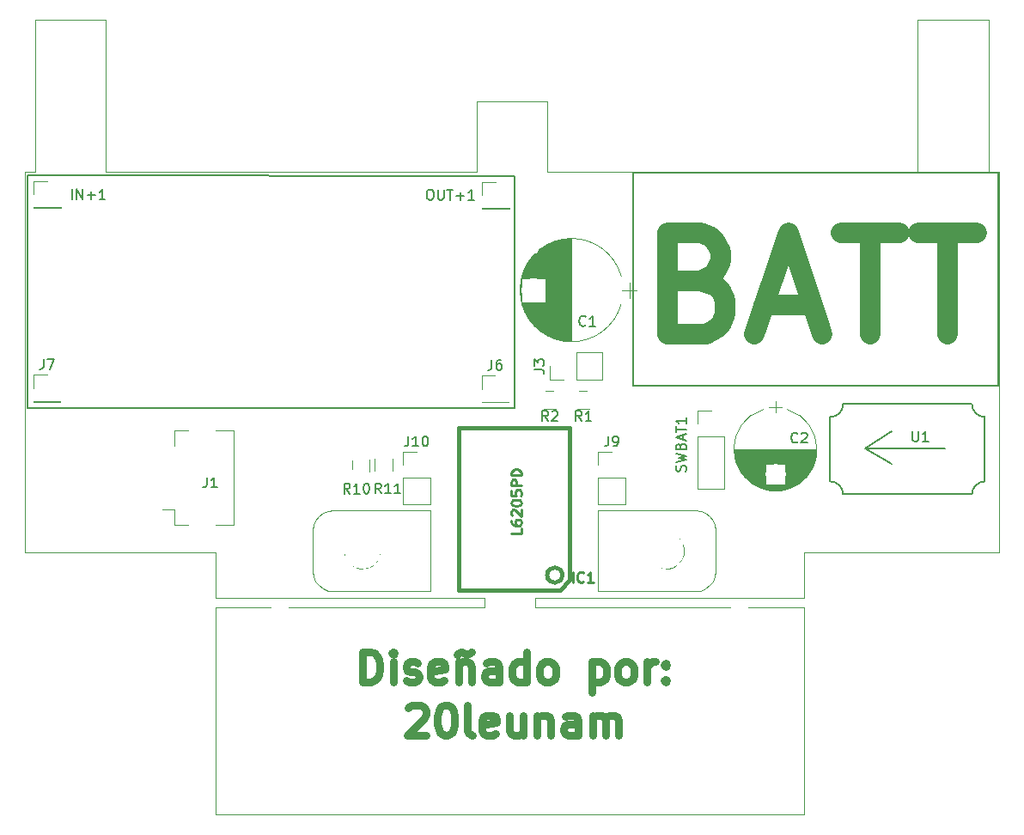
<source format=gto>
G04 #@! TF.FileFunction,Legend,Top*
%FSLAX46Y46*%
G04 Gerber Fmt 4.6, Leading zero omitted, Abs format (unit mm)*
G04 Created by KiCad (PCBNEW 4.0.7) date 11/25/18 15:18:33*
%MOMM*%
%LPD*%
G01*
G04 APERTURE LIST*
%ADD10C,0.100000*%
%ADD11C,0.750000*%
%ADD12C,0.200000*%
%ADD13C,2.000000*%
%ADD14C,0.120000*%
%ADD15C,0.381000*%
%ADD16C,0.150000*%
%ADD17C,0.254000*%
%ADD18C,3.600000*%
%ADD19R,1.700000X1.100000*%
%ADD20R,2.400000X2.400000*%
%ADD21C,2.400000*%
%ADD22R,2.000000X2.000000*%
%ADD23C,2.000000*%
%ADD24R,1.800000X0.860000*%
%ADD25R,2.100000X2.100000*%
%ADD26O,2.100000X2.100000*%
%ADD27R,1.100000X1.700000*%
%ADD28C,1.924000*%
%ADD29C,1.455599*%
%ADD30R,2.600000X2.200000*%
%ADD31R,1.700000X0.700000*%
G04 APERTURE END LIST*
D10*
D11*
X33331429Y12733417D02*
X33331429Y15733417D01*
X34045714Y15733417D01*
X34474286Y15590560D01*
X34760000Y15304846D01*
X34902857Y15019131D01*
X35045714Y14447703D01*
X35045714Y14019131D01*
X34902857Y13447703D01*
X34760000Y13161989D01*
X34474286Y12876274D01*
X34045714Y12733417D01*
X33331429Y12733417D01*
X36331429Y12733417D02*
X36331429Y14733417D01*
X36331429Y15733417D02*
X36188572Y15590560D01*
X36331429Y15447703D01*
X36474286Y15590560D01*
X36331429Y15733417D01*
X36331429Y15447703D01*
X37617143Y12876274D02*
X37902857Y12733417D01*
X38474285Y12733417D01*
X38760000Y12876274D01*
X38902857Y13161989D01*
X38902857Y13304846D01*
X38760000Y13590560D01*
X38474285Y13733417D01*
X38045714Y13733417D01*
X37760000Y13876274D01*
X37617143Y14161989D01*
X37617143Y14304846D01*
X37760000Y14590560D01*
X38045714Y14733417D01*
X38474285Y14733417D01*
X38760000Y14590560D01*
X41331428Y12876274D02*
X41045714Y12733417D01*
X40474285Y12733417D01*
X40188571Y12876274D01*
X40045714Y13161989D01*
X40045714Y14304846D01*
X40188571Y14590560D01*
X40474285Y14733417D01*
X41045714Y14733417D01*
X41331428Y14590560D01*
X41474285Y14304846D01*
X41474285Y14019131D01*
X40045714Y13733417D01*
X42760000Y14733417D02*
X42760000Y12733417D01*
X42760000Y14447703D02*
X42902857Y14590560D01*
X43188571Y14733417D01*
X43617143Y14733417D01*
X43902857Y14590560D01*
X44045714Y14304846D01*
X44045714Y12733417D01*
X42617143Y15447703D02*
X42760000Y15590560D01*
X43045714Y15733417D01*
X43617143Y15447703D01*
X43902857Y15590560D01*
X44045714Y15733417D01*
X46760000Y12733417D02*
X46760000Y14304846D01*
X46617143Y14590560D01*
X46331429Y14733417D01*
X45760000Y14733417D01*
X45474286Y14590560D01*
X46760000Y12876274D02*
X46474286Y12733417D01*
X45760000Y12733417D01*
X45474286Y12876274D01*
X45331429Y13161989D01*
X45331429Y13447703D01*
X45474286Y13733417D01*
X45760000Y13876274D01*
X46474286Y13876274D01*
X46760000Y14019131D01*
X49474286Y12733417D02*
X49474286Y15733417D01*
X49474286Y12876274D02*
X49188572Y12733417D01*
X48617143Y12733417D01*
X48331429Y12876274D01*
X48188572Y13019131D01*
X48045715Y13304846D01*
X48045715Y14161989D01*
X48188572Y14447703D01*
X48331429Y14590560D01*
X48617143Y14733417D01*
X49188572Y14733417D01*
X49474286Y14590560D01*
X51331429Y12733417D02*
X51045715Y12876274D01*
X50902858Y13019131D01*
X50760001Y13304846D01*
X50760001Y14161989D01*
X50902858Y14447703D01*
X51045715Y14590560D01*
X51331429Y14733417D01*
X51760001Y14733417D01*
X52045715Y14590560D01*
X52188572Y14447703D01*
X52331429Y14161989D01*
X52331429Y13304846D01*
X52188572Y13019131D01*
X52045715Y12876274D01*
X51760001Y12733417D01*
X51331429Y12733417D01*
X55902858Y14733417D02*
X55902858Y11733417D01*
X55902858Y14590560D02*
X56188572Y14733417D01*
X56760001Y14733417D01*
X57045715Y14590560D01*
X57188572Y14447703D01*
X57331429Y14161989D01*
X57331429Y13304846D01*
X57188572Y13019131D01*
X57045715Y12876274D01*
X56760001Y12733417D01*
X56188572Y12733417D01*
X55902858Y12876274D01*
X59045715Y12733417D02*
X58760001Y12876274D01*
X58617144Y13019131D01*
X58474287Y13304846D01*
X58474287Y14161989D01*
X58617144Y14447703D01*
X58760001Y14590560D01*
X59045715Y14733417D01*
X59474287Y14733417D01*
X59760001Y14590560D01*
X59902858Y14447703D01*
X60045715Y14161989D01*
X60045715Y13304846D01*
X59902858Y13019131D01*
X59760001Y12876274D01*
X59474287Y12733417D01*
X59045715Y12733417D01*
X61331430Y12733417D02*
X61331430Y14733417D01*
X61331430Y14161989D02*
X61474287Y14447703D01*
X61617144Y14590560D01*
X61902858Y14733417D01*
X62188573Y14733417D01*
X63188573Y13019131D02*
X63331430Y12876274D01*
X63188573Y12733417D01*
X63045716Y12876274D01*
X63188573Y13019131D01*
X63188573Y12733417D01*
X63188573Y14590560D02*
X63331430Y14447703D01*
X63188573Y14304846D01*
X63045716Y14447703D01*
X63188573Y14590560D01*
X63188573Y14304846D01*
X37831428Y10197703D02*
X37974285Y10340560D01*
X38259999Y10483417D01*
X38974285Y10483417D01*
X39259999Y10340560D01*
X39402856Y10197703D01*
X39545713Y9911989D01*
X39545713Y9626274D01*
X39402856Y9197703D01*
X37688570Y7483417D01*
X39545713Y7483417D01*
X41402856Y10483417D02*
X41688571Y10483417D01*
X41974285Y10340560D01*
X42117142Y10197703D01*
X42259999Y9911989D01*
X42402856Y9340560D01*
X42402856Y8626274D01*
X42259999Y8054846D01*
X42117142Y7769131D01*
X41974285Y7626274D01*
X41688571Y7483417D01*
X41402856Y7483417D01*
X41117142Y7626274D01*
X40974285Y7769131D01*
X40831428Y8054846D01*
X40688571Y8626274D01*
X40688571Y9340560D01*
X40831428Y9911989D01*
X40974285Y10197703D01*
X41117142Y10340560D01*
X41402856Y10483417D01*
X44117142Y7483417D02*
X43831428Y7626274D01*
X43688571Y7911989D01*
X43688571Y10483417D01*
X46402857Y7626274D02*
X46117143Y7483417D01*
X45545714Y7483417D01*
X45260000Y7626274D01*
X45117143Y7911989D01*
X45117143Y9054846D01*
X45260000Y9340560D01*
X45545714Y9483417D01*
X46117143Y9483417D01*
X46402857Y9340560D01*
X46545714Y9054846D01*
X46545714Y8769131D01*
X45117143Y8483417D01*
X49117143Y9483417D02*
X49117143Y7483417D01*
X47831429Y9483417D02*
X47831429Y7911989D01*
X47974286Y7626274D01*
X48260000Y7483417D01*
X48688572Y7483417D01*
X48974286Y7626274D01*
X49117143Y7769131D01*
X50545715Y9483417D02*
X50545715Y7483417D01*
X50545715Y9197703D02*
X50688572Y9340560D01*
X50974286Y9483417D01*
X51402858Y9483417D01*
X51688572Y9340560D01*
X51831429Y9054846D01*
X51831429Y7483417D01*
X54545715Y7483417D02*
X54545715Y9054846D01*
X54402858Y9340560D01*
X54117144Y9483417D01*
X53545715Y9483417D01*
X53260001Y9340560D01*
X54545715Y7626274D02*
X54260001Y7483417D01*
X53545715Y7483417D01*
X53260001Y7626274D01*
X53117144Y7911989D01*
X53117144Y8197703D01*
X53260001Y8483417D01*
X53545715Y8626274D01*
X54260001Y8626274D01*
X54545715Y8769131D01*
X55974287Y7483417D02*
X55974287Y9483417D01*
X55974287Y9197703D02*
X56117144Y9340560D01*
X56402858Y9483417D01*
X56831430Y9483417D01*
X57117144Y9340560D01*
X57260001Y9054846D01*
X57260001Y7483417D01*
X57260001Y9054846D02*
X57402858Y9340560D01*
X57688572Y9483417D01*
X58117144Y9483417D01*
X58402858Y9340560D01*
X58545715Y9054846D01*
X58545715Y7483417D01*
D12*
X85496400Y34223960D02*
X82864960Y35788600D01*
X82864960Y35788600D02*
X85496400Y37449760D01*
X90718640Y35788600D02*
X82864960Y35788600D01*
D10*
X28697246Y28687208D02*
X28497445Y28204846D01*
X29429297Y21955157D02*
X29911659Y21755356D01*
X64893039Y26282180D02*
X64682563Y26687646D01*
X33448118Y27429057D02*
X33894243Y27330695D01*
X62506482Y24100372D02*
X62942019Y23962494D01*
X31652465Y26282180D02*
X31862941Y26687646D01*
X31712434Y24944137D02*
X31574557Y25379674D01*
X31574557Y25379674D02*
X31554102Y25836056D01*
X28429297Y23687208D02*
X28497445Y23169570D01*
X29015083Y22272994D02*
X29429297Y21955157D01*
X40047752Y21687208D02*
X40047752Y29687208D01*
X62651261Y27330695D02*
X62245796Y27120218D01*
X62121471Y24346277D02*
X62506482Y24100372D01*
X28497445Y28204846D02*
X28429297Y27687208D01*
X33147104Y23942040D02*
X33603485Y23962494D01*
X62942019Y23962494D02*
X63398400Y23942040D01*
X34942757Y25088917D02*
X34732280Y24683451D01*
X33894243Y27330695D02*
X34299708Y27120218D01*
X67530421Y22272994D02*
X67116207Y21955157D01*
X29015083Y29101422D02*
X28697246Y28687208D01*
X62245796Y27120218D02*
X61908622Y26811971D01*
X34424033Y24346277D02*
X34039022Y24100372D01*
X67848258Y28687208D02*
X68048059Y28204846D01*
X66633845Y29619060D02*
X67116207Y29419259D01*
X66633845Y21755356D02*
X66116207Y21687208D01*
X64833070Y24944137D02*
X64970947Y25379674D01*
X61504385Y25535042D02*
X61602747Y25088917D01*
X64991402Y25836056D02*
X64893039Y26282180D01*
X31862941Y26687646D02*
X32171188Y27024820D01*
X31554102Y25836056D02*
X31652465Y26282180D01*
X56497752Y21687208D02*
X56497752Y29687208D01*
X40047752Y29687208D02*
X30429297Y29687208D01*
X28697246Y22687208D02*
X29015083Y22272994D01*
X63097386Y27429057D02*
X62651261Y27330695D01*
X67530421Y29101422D02*
X67848258Y28687208D01*
X61524839Y25991423D02*
X61504385Y25535042D01*
X32991736Y27408603D02*
X33448118Y27429057D01*
X64682563Y26687646D02*
X64374316Y27024820D01*
X30429297Y29687208D02*
X29911659Y29619060D01*
X63844525Y24040403D02*
X64249990Y24250879D01*
X33147104Y23942040D02*
X32700979Y24040403D01*
X63553768Y27408603D02*
X63097386Y27429057D01*
X67116207Y29419259D02*
X67530421Y29101422D01*
X56497752Y29687208D02*
X66116207Y29687208D01*
X28429297Y23687208D02*
X28429297Y27687208D01*
X66116207Y29687208D02*
X66633845Y29619060D01*
X63989305Y27270725D02*
X63553768Y27408603D01*
X29911659Y29619060D02*
X29429297Y29419259D01*
X64374316Y27024820D02*
X63989305Y27270725D01*
X35020665Y25991423D02*
X35041119Y25535042D01*
X68116207Y23687208D02*
X68048059Y23169570D01*
X32700979Y24040403D02*
X32295514Y24250879D01*
X67848258Y22687208D02*
X67530421Y22272994D01*
X64970947Y25379674D02*
X64991402Y25836056D01*
X40047752Y21687208D02*
X30429297Y21687208D01*
X35041119Y25535042D02*
X34942757Y25088917D01*
X34299708Y27120218D02*
X34636882Y26811971D01*
X64249990Y24250879D02*
X64587165Y24559126D01*
X34636882Y26811971D02*
X34882787Y26426960D01*
X29911659Y21755356D02*
X30429297Y21687208D01*
X61602747Y25088917D02*
X61813224Y24683451D01*
X61813224Y24683451D02*
X62121471Y24346277D01*
X67116207Y21955157D02*
X66633845Y21755356D01*
X68048059Y23169570D02*
X67848258Y22687208D01*
X32171188Y27024820D02*
X32556199Y27270725D01*
X56497752Y21687208D02*
X66116207Y21687208D01*
X34039022Y24100372D02*
X33603485Y23962494D01*
X68116207Y23687208D02*
X68116207Y27687208D01*
X31958339Y24559126D02*
X31712434Y24944137D01*
X28497445Y23169570D02*
X28697246Y22687208D01*
X34732280Y24683451D02*
X34424033Y24346277D01*
X61662717Y26426960D02*
X61524839Y25991423D01*
X29429297Y29419259D02*
X29015083Y29101422D01*
X61908622Y26811971D02*
X61662717Y26426960D01*
X32295514Y24250879D02*
X31958339Y24559126D01*
X32556199Y27270725D02*
X32991736Y27408603D01*
X68048059Y28204846D02*
X68116207Y27687208D01*
X34882787Y26426960D02*
X35020665Y25991423D01*
X64587165Y24559126D02*
X64833070Y24944137D01*
X63398400Y23942040D02*
X63844525Y24040403D01*
D13*
X66701164Y52291526D02*
X68129735Y51815335D01*
X68605926Y51339145D01*
X69082116Y50386764D01*
X69082116Y48958192D01*
X68605926Y48005811D01*
X68129735Y47529621D01*
X67177354Y47053430D01*
X63367830Y47053430D01*
X63367830Y57053430D01*
X66701164Y57053430D01*
X67653545Y56577240D01*
X68129735Y56101050D01*
X68605926Y55148669D01*
X68605926Y54196288D01*
X68129735Y53243907D01*
X67653545Y52767716D01*
X66701164Y52291526D01*
X63367830Y52291526D01*
X72891640Y49910573D02*
X77653545Y49910573D01*
X71939259Y47053430D02*
X75272592Y57053430D01*
X78605926Y47053430D01*
X80510688Y57053430D02*
X86224974Y57053430D01*
X83367831Y47053430D02*
X83367831Y57053430D01*
X88129736Y57053430D02*
X93844022Y57053430D01*
X90986879Y47053430D02*
X90986879Y57053430D01*
D12*
X59984640Y41945560D02*
X59979560Y62946280D01*
X95986600Y41945560D02*
X59984640Y41945560D01*
X95986600Y62946280D02*
X95986600Y41945560D01*
X59979560Y62946280D02*
X95986600Y62946280D01*
D10*
X51540916Y63004441D02*
X88040916Y63004441D01*
X88040916Y63004441D02*
X88040916Y78004441D01*
X40916Y63004441D02*
X1040916Y63004441D01*
X50317400Y20081240D02*
X50317473Y21080131D01*
X8040916Y78004441D02*
X8040916Y63004441D01*
X44540916Y70004441D02*
X51540916Y70004441D01*
X50317473Y20083891D02*
X76793969Y20083891D01*
X40916Y25504441D02*
X18840977Y25504441D01*
X96040916Y25504441D02*
X76793969Y25504441D01*
X88040916Y78004441D02*
X95040916Y78004441D01*
X18840977Y21080131D02*
X18840977Y25504441D01*
X95040916Y78004441D02*
X95040916Y63004441D01*
X18840977Y20083891D02*
X45317473Y20083891D01*
X18840977Y-316109D02*
X18840977Y20083891D01*
X45317473Y21080131D02*
X18840977Y21080131D01*
X40916Y25504441D02*
X40916Y63004441D01*
X1040916Y63004441D02*
X1040916Y78004441D01*
X95040916Y63004441D02*
X96040916Y63004441D01*
X45313600Y20086320D02*
X45317473Y21080131D01*
X44540916Y63004441D02*
X44540916Y70004441D01*
X18840977Y-316109D02*
X76793969Y-316109D01*
X51540916Y63004441D02*
X51540916Y70004441D01*
X76793969Y25504441D02*
X76793969Y21080131D01*
X8040916Y63004441D02*
X44540916Y63004441D01*
X96040916Y63004441D02*
X96040916Y25504441D01*
X76793969Y-316109D02*
X76793969Y20083891D01*
X1040916Y78004441D02*
X8040916Y78004441D01*
X76793969Y21080131D02*
X50317473Y21080131D01*
D12*
X48315880Y62651640D02*
X289560Y62738000D01*
X48336200Y39715440D02*
X48315880Y62651640D01*
X289560Y39730680D02*
X48336200Y39715440D01*
X289560Y62738000D02*
X289560Y39730680D01*
D14*
X34021920Y34712200D02*
X34021920Y33512200D01*
X32261920Y33512200D02*
X32261920Y34712200D01*
X49014643Y49995856D02*
G75*
G03X58812437Y49999120I4898437J1383264D01*
G01*
X49014643Y52762384D02*
G75*
G02X58812437Y52759120I4898437J-1383264D01*
G01*
X49014643Y52762384D02*
G75*
G03X49013723Y49999120I4898437J-1383264D01*
G01*
X53913080Y46329120D02*
X53913080Y56429120D01*
X53873080Y46329120D02*
X53873080Y56429120D01*
X53833080Y46329120D02*
X53833080Y56429120D01*
X53793080Y46330120D02*
X53793080Y56428120D01*
X53753080Y46331120D02*
X53753080Y56427120D01*
X53713080Y46332120D02*
X53713080Y56426120D01*
X53673080Y46334120D02*
X53673080Y56424120D01*
X53633080Y46336120D02*
X53633080Y56422120D01*
X53593080Y46339120D02*
X53593080Y56419120D01*
X53553080Y46341120D02*
X53553080Y56417120D01*
X53513080Y46344120D02*
X53513080Y56414120D01*
X53473080Y46348120D02*
X53473080Y56410120D01*
X53433080Y46351120D02*
X53433080Y56407120D01*
X53393080Y46355120D02*
X53393080Y56403120D01*
X53353080Y46359120D02*
X53353080Y56399120D01*
X53313080Y46364120D02*
X53313080Y56394120D01*
X53273080Y46369120D02*
X53273080Y56389120D01*
X53233080Y46374120D02*
X53233080Y56384120D01*
X53192080Y46380120D02*
X53192080Y56378120D01*
X53152080Y46386120D02*
X53152080Y56372120D01*
X53112080Y46392120D02*
X53112080Y56366120D01*
X53072080Y46398120D02*
X53072080Y56360120D01*
X53032080Y46405120D02*
X53032080Y56353120D01*
X52992080Y46412120D02*
X52992080Y56346120D01*
X52952080Y46420120D02*
X52952080Y56338120D01*
X52912080Y46428120D02*
X52912080Y56330120D01*
X52872080Y46436120D02*
X52872080Y56322120D01*
X52832080Y46444120D02*
X52832080Y56314120D01*
X52792080Y46453120D02*
X52792080Y56305120D01*
X52752080Y46462120D02*
X52752080Y56296120D01*
X52712080Y46472120D02*
X52712080Y56286120D01*
X52672080Y46482120D02*
X52672080Y56276120D01*
X52632080Y46492120D02*
X52632080Y56266120D01*
X52592080Y46503120D02*
X52592080Y56255120D01*
X52552080Y46514120D02*
X52552080Y56244120D01*
X52512080Y46525120D02*
X52512080Y56233120D01*
X52472080Y46536120D02*
X52472080Y56222120D01*
X52432080Y46548120D02*
X52432080Y56210120D01*
X52392080Y46561120D02*
X52392080Y56197120D01*
X52352080Y46573120D02*
X52352080Y56185120D01*
X52312080Y46587120D02*
X52312080Y56171120D01*
X52272080Y46600120D02*
X52272080Y56158120D01*
X52232080Y46614120D02*
X52232080Y56144120D01*
X52192080Y46628120D02*
X52192080Y56130120D01*
X52152080Y46642120D02*
X52152080Y56116120D01*
X52112080Y46657120D02*
X52112080Y56101120D01*
X52072080Y46673120D02*
X52072080Y56085120D01*
X52032080Y46688120D02*
X52032080Y56070120D01*
X51992080Y46705120D02*
X51992080Y56053120D01*
X51952080Y46721120D02*
X51952080Y56037120D01*
X51912080Y46738120D02*
X51912080Y56020120D01*
X51872080Y46755120D02*
X51872080Y56003120D01*
X51832080Y46773120D02*
X51832080Y55985120D01*
X51792080Y46791120D02*
X51792080Y55967120D01*
X51752080Y46810120D02*
X51752080Y55948120D01*
X51712080Y46829120D02*
X51712080Y55929120D01*
X51672080Y46848120D02*
X51672080Y55910120D01*
X51632080Y46868120D02*
X51632080Y55890120D01*
X51592080Y46888120D02*
X51592080Y55870120D01*
X51552080Y46909120D02*
X51552080Y55849120D01*
X51512080Y46930120D02*
X51512080Y55828120D01*
X51472080Y46951120D02*
X51472080Y55807120D01*
X51432080Y46974120D02*
X51432080Y55784120D01*
X51392080Y46996120D02*
X51392080Y55762120D01*
X51352080Y47019120D02*
X51352080Y55739120D01*
X51312080Y47043120D02*
X51312080Y50198120D01*
X51312080Y52560120D02*
X51312080Y55715120D01*
X51272080Y47067120D02*
X51272080Y50198120D01*
X51272080Y52560120D02*
X51272080Y55691120D01*
X51232080Y47091120D02*
X51232080Y50198120D01*
X51232080Y52560120D02*
X51232080Y55667120D01*
X51192080Y47116120D02*
X51192080Y50198120D01*
X51192080Y52560120D02*
X51192080Y55642120D01*
X51152080Y47142120D02*
X51152080Y50198120D01*
X51152080Y52560120D02*
X51152080Y55616120D01*
X51112080Y47168120D02*
X51112080Y50198120D01*
X51112080Y52560120D02*
X51112080Y55590120D01*
X51072080Y47194120D02*
X51072080Y50198120D01*
X51072080Y52560120D02*
X51072080Y55564120D01*
X51032080Y47222120D02*
X51032080Y50198120D01*
X51032080Y52560120D02*
X51032080Y55536120D01*
X50992080Y47249120D02*
X50992080Y50198120D01*
X50992080Y52560120D02*
X50992080Y55509120D01*
X50952080Y47278120D02*
X50952080Y50198120D01*
X50952080Y52560120D02*
X50952080Y55480120D01*
X50912080Y47307120D02*
X50912080Y50198120D01*
X50912080Y52560120D02*
X50912080Y55451120D01*
X50872080Y47336120D02*
X50872080Y50198120D01*
X50872080Y52560120D02*
X50872080Y55422120D01*
X50832080Y47366120D02*
X50832080Y50198120D01*
X50832080Y52560120D02*
X50832080Y55392120D01*
X50792080Y47397120D02*
X50792080Y50198120D01*
X50792080Y52560120D02*
X50792080Y55361120D01*
X50752080Y47428120D02*
X50752080Y50198120D01*
X50752080Y52560120D02*
X50752080Y55330120D01*
X50712080Y47460120D02*
X50712080Y50198120D01*
X50712080Y52560120D02*
X50712080Y55298120D01*
X50672080Y47493120D02*
X50672080Y50198120D01*
X50672080Y52560120D02*
X50672080Y55265120D01*
X50632080Y47526120D02*
X50632080Y50198120D01*
X50632080Y52560120D02*
X50632080Y55232120D01*
X50592080Y47560120D02*
X50592080Y50198120D01*
X50592080Y52560120D02*
X50592080Y55198120D01*
X50552080Y47595120D02*
X50552080Y50198120D01*
X50552080Y52560120D02*
X50552080Y55163120D01*
X50512080Y47631120D02*
X50512080Y50198120D01*
X50512080Y52560120D02*
X50512080Y55127120D01*
X50472080Y47667120D02*
X50472080Y50198120D01*
X50472080Y52560120D02*
X50472080Y55091120D01*
X50432080Y47704120D02*
X50432080Y50198120D01*
X50432080Y52560120D02*
X50432080Y55054120D01*
X50392080Y47742120D02*
X50392080Y50198120D01*
X50392080Y52560120D02*
X50392080Y55016120D01*
X50352080Y47781120D02*
X50352080Y50198120D01*
X50352080Y52560120D02*
X50352080Y54977120D01*
X50312080Y47820120D02*
X50312080Y50198120D01*
X50312080Y52560120D02*
X50312080Y54938120D01*
X50272080Y47861120D02*
X50272080Y50198120D01*
X50272080Y52560120D02*
X50272080Y54897120D01*
X50232080Y47902120D02*
X50232080Y50198120D01*
X50232080Y52560120D02*
X50232080Y54856120D01*
X50192080Y47944120D02*
X50192080Y50198120D01*
X50192080Y52560120D02*
X50192080Y54814120D01*
X50152080Y47988120D02*
X50152080Y50198120D01*
X50152080Y52560120D02*
X50152080Y54770120D01*
X50112080Y48032120D02*
X50112080Y50198120D01*
X50112080Y52560120D02*
X50112080Y54726120D01*
X50072080Y48077120D02*
X50072080Y50198120D01*
X50072080Y52560120D02*
X50072080Y54681120D01*
X50032080Y48124120D02*
X50032080Y50198120D01*
X50032080Y52560120D02*
X50032080Y54634120D01*
X49992080Y48172120D02*
X49992080Y50198120D01*
X49992080Y52560120D02*
X49992080Y54586120D01*
X49952080Y48221120D02*
X49952080Y50198120D01*
X49952080Y52560120D02*
X49952080Y54537120D01*
X49912080Y48271120D02*
X49912080Y50198120D01*
X49912080Y52560120D02*
X49912080Y54487120D01*
X49872080Y48322120D02*
X49872080Y50198120D01*
X49872080Y52560120D02*
X49872080Y54436120D01*
X49832080Y48375120D02*
X49832080Y50198120D01*
X49832080Y52560120D02*
X49832080Y54383120D01*
X49792080Y48430120D02*
X49792080Y50198120D01*
X49792080Y52560120D02*
X49792080Y54328120D01*
X49752080Y48485120D02*
X49752080Y50198120D01*
X49752080Y52560120D02*
X49752080Y54273120D01*
X49712080Y48543120D02*
X49712080Y50198120D01*
X49712080Y52560120D02*
X49712080Y54215120D01*
X49672080Y48602120D02*
X49672080Y50198120D01*
X49672080Y52560120D02*
X49672080Y54156120D01*
X49632080Y48664120D02*
X49632080Y50198120D01*
X49632080Y52560120D02*
X49632080Y54094120D01*
X49592080Y48727120D02*
X49592080Y50198120D01*
X49592080Y52560120D02*
X49592080Y54031120D01*
X49552080Y48792120D02*
X49552080Y50198120D01*
X49552080Y52560120D02*
X49552080Y53966120D01*
X49512080Y48860120D02*
X49512080Y50198120D01*
X49512080Y52560120D02*
X49512080Y53898120D01*
X49472080Y48930120D02*
X49472080Y50198120D01*
X49472080Y52560120D02*
X49472080Y53828120D01*
X49432080Y49002120D02*
X49432080Y50198120D01*
X49432080Y52560120D02*
X49432080Y53756120D01*
X49392080Y49078120D02*
X49392080Y50198120D01*
X49392080Y52560120D02*
X49392080Y53680120D01*
X49352080Y49157120D02*
X49352080Y50198120D01*
X49352080Y52560120D02*
X49352080Y53601120D01*
X49312080Y49239120D02*
X49312080Y50198120D01*
X49312080Y52560120D02*
X49312080Y53519120D01*
X49272080Y49326120D02*
X49272080Y50198120D01*
X49272080Y52560120D02*
X49272080Y53432120D01*
X49232080Y49417120D02*
X49232080Y50198120D01*
X49232080Y52560120D02*
X49232080Y53341120D01*
X49192080Y49513120D02*
X49192080Y50198120D01*
X49192080Y52560120D02*
X49192080Y53245120D01*
X49152080Y49616120D02*
X49152080Y50198120D01*
X49152080Y52560120D02*
X49152080Y53142120D01*
X49112080Y49725120D02*
X49112080Y50198120D01*
X49112080Y52560120D02*
X49112080Y53033120D01*
X49072080Y49843120D02*
X49072080Y50198120D01*
X49072080Y52560120D02*
X49072080Y52915120D01*
X49032080Y49972120D02*
X49032080Y50198120D01*
X49032080Y52560120D02*
X49032080Y52786120D01*
X48992080Y50114120D02*
X48992080Y50198120D01*
X48992080Y52560120D02*
X48992080Y52644120D01*
X48952080Y50275120D02*
X48952080Y52483120D01*
X48912080Y50466120D02*
X48912080Y52292120D01*
X48872080Y50707120D02*
X48872080Y52051120D01*
X48832080Y51100120D02*
X48832080Y51658120D01*
X60363080Y51379120D02*
X58863080Y51379120D01*
X59613080Y50629120D02*
X59613080Y52129120D01*
X75177805Y31779669D02*
G75*
G03X75180360Y39612602I-1177445J3916851D01*
G01*
X72822915Y31779669D02*
G75*
G02X72820360Y39612602I1177445J3916851D01*
G01*
X72822915Y31779669D02*
G75*
G03X75180360Y31780438I1177445J3916851D01*
G01*
X78050360Y35696520D02*
X69950360Y35696520D01*
X78050360Y35656520D02*
X69950360Y35656520D01*
X78050360Y35616520D02*
X69950360Y35616520D01*
X78049360Y35576520D02*
X69951360Y35576520D01*
X78047360Y35536520D02*
X69953360Y35536520D01*
X78046360Y35496520D02*
X69954360Y35496520D01*
X78043360Y35456520D02*
X69957360Y35456520D01*
X78041360Y35416520D02*
X69959360Y35416520D01*
X78038360Y35376520D02*
X69962360Y35376520D01*
X78035360Y35336520D02*
X69965360Y35336520D01*
X78031360Y35296520D02*
X69969360Y35296520D01*
X78027360Y35256520D02*
X69973360Y35256520D01*
X78022360Y35216520D02*
X69978360Y35216520D01*
X78017360Y35176520D02*
X69983360Y35176520D01*
X78012360Y35136520D02*
X69988360Y35136520D01*
X78006360Y35096520D02*
X69994360Y35096520D01*
X78000360Y35056520D02*
X70000360Y35056520D01*
X77994360Y35016520D02*
X70006360Y35016520D01*
X77987360Y34975520D02*
X70013360Y34975520D01*
X77979360Y34935520D02*
X70021360Y34935520D01*
X77971360Y34895520D02*
X70029360Y34895520D01*
X77963360Y34855520D02*
X70037360Y34855520D01*
X77955360Y34815520D02*
X70045360Y34815520D01*
X77946360Y34775520D02*
X70054360Y34775520D01*
X77936360Y34735520D02*
X70064360Y34735520D01*
X77926360Y34695520D02*
X70074360Y34695520D01*
X77916360Y34655520D02*
X70084360Y34655520D01*
X77905360Y34615520D02*
X70095360Y34615520D01*
X77894360Y34575520D02*
X70106360Y34575520D01*
X77883360Y34535520D02*
X70117360Y34535520D01*
X77870360Y34495520D02*
X70130360Y34495520D01*
X77858360Y34455520D02*
X70142360Y34455520D01*
X77845360Y34415520D02*
X70155360Y34415520D01*
X77832360Y34375520D02*
X70168360Y34375520D01*
X77818360Y34335520D02*
X70182360Y34335520D01*
X77803360Y34295520D02*
X70197360Y34295520D01*
X77789360Y34255520D02*
X70211360Y34255520D01*
X77773360Y34215520D02*
X70227360Y34215520D01*
X77758360Y34175520D02*
X74980360Y34175520D01*
X73020360Y34175520D02*
X70242360Y34175520D01*
X77741360Y34135520D02*
X74980360Y34135520D01*
X73020360Y34135520D02*
X70259360Y34135520D01*
X77725360Y34095520D02*
X74980360Y34095520D01*
X73020360Y34095520D02*
X70275360Y34095520D01*
X77707360Y34055520D02*
X74980360Y34055520D01*
X73020360Y34055520D02*
X70293360Y34055520D01*
X77690360Y34015520D02*
X74980360Y34015520D01*
X73020360Y34015520D02*
X70310360Y34015520D01*
X77671360Y33975520D02*
X74980360Y33975520D01*
X73020360Y33975520D02*
X70329360Y33975520D01*
X77652360Y33935520D02*
X74980360Y33935520D01*
X73020360Y33935520D02*
X70348360Y33935520D01*
X77633360Y33895520D02*
X74980360Y33895520D01*
X73020360Y33895520D02*
X70367360Y33895520D01*
X77613360Y33855520D02*
X74980360Y33855520D01*
X73020360Y33855520D02*
X70387360Y33855520D01*
X77593360Y33815520D02*
X74980360Y33815520D01*
X73020360Y33815520D02*
X70407360Y33815520D01*
X77572360Y33775520D02*
X74980360Y33775520D01*
X73020360Y33775520D02*
X70428360Y33775520D01*
X77550360Y33735520D02*
X74980360Y33735520D01*
X73020360Y33735520D02*
X70450360Y33735520D01*
X77528360Y33695520D02*
X74980360Y33695520D01*
X73020360Y33695520D02*
X70472360Y33695520D01*
X77505360Y33655520D02*
X74980360Y33655520D01*
X73020360Y33655520D02*
X70495360Y33655520D01*
X77482360Y33615520D02*
X74980360Y33615520D01*
X73020360Y33615520D02*
X70518360Y33615520D01*
X77458360Y33575520D02*
X74980360Y33575520D01*
X73020360Y33575520D02*
X70542360Y33575520D01*
X77434360Y33535520D02*
X74980360Y33535520D01*
X73020360Y33535520D02*
X70566360Y33535520D01*
X77408360Y33495520D02*
X74980360Y33495520D01*
X73020360Y33495520D02*
X70592360Y33495520D01*
X77383360Y33455520D02*
X74980360Y33455520D01*
X73020360Y33455520D02*
X70617360Y33455520D01*
X77356360Y33415520D02*
X74980360Y33415520D01*
X73020360Y33415520D02*
X70644360Y33415520D01*
X77329360Y33375520D02*
X74980360Y33375520D01*
X73020360Y33375520D02*
X70671360Y33375520D01*
X77301360Y33335520D02*
X74980360Y33335520D01*
X73020360Y33335520D02*
X70699360Y33335520D01*
X77272360Y33295520D02*
X74980360Y33295520D01*
X73020360Y33295520D02*
X70728360Y33295520D01*
X77243360Y33255520D02*
X74980360Y33255520D01*
X73020360Y33255520D02*
X70757360Y33255520D01*
X77213360Y33215520D02*
X74980360Y33215520D01*
X73020360Y33215520D02*
X70787360Y33215520D01*
X77182360Y33175520D02*
X74980360Y33175520D01*
X73020360Y33175520D02*
X70818360Y33175520D01*
X77150360Y33135520D02*
X74980360Y33135520D01*
X73020360Y33135520D02*
X70850360Y33135520D01*
X77118360Y33095520D02*
X74980360Y33095520D01*
X73020360Y33095520D02*
X70882360Y33095520D01*
X77084360Y33055520D02*
X74980360Y33055520D01*
X73020360Y33055520D02*
X70916360Y33055520D01*
X77050360Y33015520D02*
X74980360Y33015520D01*
X73020360Y33015520D02*
X70950360Y33015520D01*
X77015360Y32975520D02*
X74980360Y32975520D01*
X73020360Y32975520D02*
X70985360Y32975520D01*
X76979360Y32935520D02*
X74980360Y32935520D01*
X73020360Y32935520D02*
X71021360Y32935520D01*
X76942360Y32895520D02*
X74980360Y32895520D01*
X73020360Y32895520D02*
X71058360Y32895520D01*
X76904360Y32855520D02*
X74980360Y32855520D01*
X73020360Y32855520D02*
X71096360Y32855520D01*
X76865360Y32815520D02*
X74980360Y32815520D01*
X73020360Y32815520D02*
X71135360Y32815520D01*
X76824360Y32775520D02*
X74980360Y32775520D01*
X73020360Y32775520D02*
X71176360Y32775520D01*
X76783360Y32735520D02*
X74980360Y32735520D01*
X73020360Y32735520D02*
X71217360Y32735520D01*
X76740360Y32695520D02*
X74980360Y32695520D01*
X73020360Y32695520D02*
X71260360Y32695520D01*
X76697360Y32655520D02*
X74980360Y32655520D01*
X73020360Y32655520D02*
X71303360Y32655520D01*
X76652360Y32615520D02*
X74980360Y32615520D01*
X73020360Y32615520D02*
X71348360Y32615520D01*
X76605360Y32575520D02*
X74980360Y32575520D01*
X73020360Y32575520D02*
X71395360Y32575520D01*
X76557360Y32535520D02*
X74980360Y32535520D01*
X73020360Y32535520D02*
X71443360Y32535520D01*
X76508360Y32495520D02*
X74980360Y32495520D01*
X73020360Y32495520D02*
X71492360Y32495520D01*
X76457360Y32455520D02*
X74980360Y32455520D01*
X73020360Y32455520D02*
X71543360Y32455520D01*
X76404360Y32415520D02*
X74980360Y32415520D01*
X73020360Y32415520D02*
X71596360Y32415520D01*
X76349360Y32375520D02*
X74980360Y32375520D01*
X73020360Y32375520D02*
X71651360Y32375520D01*
X76293360Y32335520D02*
X74980360Y32335520D01*
X73020360Y32335520D02*
X71707360Y32335520D01*
X76234360Y32295520D02*
X74980360Y32295520D01*
X73020360Y32295520D02*
X71766360Y32295520D01*
X76173360Y32255520D02*
X74980360Y32255520D01*
X73020360Y32255520D02*
X71827360Y32255520D01*
X76109360Y32215520D02*
X71891360Y32215520D01*
X76043360Y32175520D02*
X71957360Y32175520D01*
X75974360Y32135520D02*
X72026360Y32135520D01*
X75902360Y32095520D02*
X72098360Y32095520D01*
X75826360Y32055520D02*
X72174360Y32055520D01*
X75745360Y32015520D02*
X72255360Y32015520D01*
X75660360Y31975520D02*
X72340360Y31975520D01*
X75570360Y31935520D02*
X72430360Y31935520D01*
X75473360Y31895520D02*
X72527360Y31895520D01*
X75369360Y31855520D02*
X72631360Y31855520D01*
X75254360Y31815520D02*
X72746360Y31815520D01*
X75127360Y31775520D02*
X72873360Y31775520D01*
X74983360Y31735520D02*
X73017360Y31735520D01*
X74814360Y31695520D02*
X73186360Y31695520D01*
X74598360Y31655520D02*
X73402360Y31655520D01*
X74246360Y31615520D02*
X73754360Y31615520D01*
X74000360Y40396520D02*
X74000360Y39196520D01*
X74650360Y39796520D02*
X73350360Y39796520D01*
D15*
X53010000Y23289120D02*
G75*
G03X53010000Y23289120I-750000J0D01*
G01*
X53760000Y22789120D02*
X53760000Y37789120D01*
X53760000Y37789120D02*
X42760000Y37789120D01*
X42760000Y37789120D02*
X42760000Y21789120D01*
X42760000Y21789120D02*
X52760000Y21789120D01*
X52760000Y21789120D02*
X53760000Y22789120D01*
D14*
X56971240Y42561200D02*
X56971240Y45221200D01*
X54371240Y42561200D02*
X56971240Y42561200D01*
X54371240Y45221200D02*
X56971240Y45221200D01*
X54371240Y42561200D02*
X54371240Y45221200D01*
X53101240Y42561200D02*
X51771240Y42561200D01*
X51771240Y42561200D02*
X51771240Y43891200D01*
X915360Y59527440D02*
X915360Y59467440D01*
X915360Y59467440D02*
X3575360Y59467440D01*
X3575360Y59467440D02*
X3575360Y59527440D01*
X3575360Y59527440D02*
X915360Y59527440D01*
X915360Y60797440D02*
X915360Y62127440D01*
X915360Y62127440D02*
X2245360Y62127440D01*
X45060560Y40370760D02*
X45060560Y40310760D01*
X45060560Y40310760D02*
X47720560Y40310760D01*
X47720560Y40310760D02*
X47720560Y40370760D01*
X47720560Y40370760D02*
X45060560Y40370760D01*
X45060560Y41640760D02*
X45060560Y42970760D01*
X45060560Y42970760D02*
X46390560Y42970760D01*
X895040Y40421560D02*
X895040Y40361560D01*
X895040Y40361560D02*
X3555040Y40361560D01*
X3555040Y40361560D02*
X3555040Y40421560D01*
X3555040Y40421560D02*
X895040Y40421560D01*
X895040Y41691560D02*
X895040Y43021560D01*
X895040Y43021560D02*
X2225040Y43021560D01*
X45096120Y59456320D02*
X45096120Y59396320D01*
X45096120Y59396320D02*
X47756120Y59396320D01*
X47756120Y59396320D02*
X47756120Y59456320D01*
X47756120Y59456320D02*
X45096120Y59456320D01*
X45096120Y60726320D02*
X45096120Y62056320D01*
X45096120Y62056320D02*
X46426120Y62056320D01*
X56541360Y32852360D02*
X56541360Y30252360D01*
X56541360Y30252360D02*
X59201360Y30252360D01*
X59201360Y30252360D02*
X59201360Y32852360D01*
X59201360Y32852360D02*
X56541360Y32852360D01*
X56541360Y34122360D02*
X56541360Y35452360D01*
X56541360Y35452360D02*
X57871360Y35452360D01*
X37308480Y32852360D02*
X37308480Y30252360D01*
X37308480Y30252360D02*
X39968480Y30252360D01*
X39968480Y30252360D02*
X39968480Y32852360D01*
X39968480Y32852360D02*
X37308480Y32852360D01*
X37308480Y34122360D02*
X37308480Y35452360D01*
X37308480Y35452360D02*
X38638480Y35452360D01*
X54492600Y41464120D02*
X55692600Y41464120D01*
X55692600Y39704120D02*
X54492600Y39704120D01*
X51185520Y41464120D02*
X52385520Y41464120D01*
X52385520Y39704120D02*
X51185520Y39704120D01*
X36292680Y34773160D02*
X36292680Y33573160D01*
X34532680Y33573160D02*
X34532680Y34773160D01*
X66340680Y36936680D02*
X66340680Y31796680D01*
X66340680Y31796680D02*
X69000680Y31796680D01*
X69000680Y31796680D02*
X69000680Y36936680D01*
X69000680Y36936680D02*
X66340680Y36936680D01*
X66340680Y38206680D02*
X66340680Y39536680D01*
X66340680Y39536680D02*
X67670680Y39536680D01*
D16*
X93380560Y40137080D02*
G75*
G03X94650560Y38867080I1270000J0D01*
G01*
X94650560Y32517080D02*
G75*
G03X93380560Y31247080I0J-1270000D01*
G01*
X80680560Y31247080D02*
G75*
G03X79410560Y32517080I-1270000J0D01*
G01*
X79410560Y38867080D02*
G75*
G03X80680560Y40137080I0J1270000D01*
G01*
X93380560Y40137080D02*
X80680560Y40137080D01*
X79410560Y32517080D02*
X79410560Y38867080D01*
X93380560Y31247080D02*
X80680560Y31247080D01*
X94650560Y32517080D02*
X94650560Y38867080D01*
D14*
X14811680Y29734800D02*
X14811680Y28244800D01*
X14811680Y28244800D02*
X16151680Y28244800D01*
X14811680Y36054800D02*
X14811680Y37544800D01*
X14811680Y37544800D02*
X16151680Y37544800D01*
X18871680Y28244800D02*
X20611680Y28244800D01*
X20611680Y28244800D02*
X20611680Y37544800D01*
X20611680Y37544800D02*
X18871680Y37544800D01*
X14811680Y29734800D02*
X13611680Y29734800D01*
D16*
X32082503Y31323019D02*
X31749169Y31799210D01*
X31511074Y31323019D02*
X31511074Y32323019D01*
X31892027Y32323019D01*
X31987265Y32275400D01*
X32034884Y32227781D01*
X32082503Y32132543D01*
X32082503Y31989686D01*
X32034884Y31894448D01*
X31987265Y31846829D01*
X31892027Y31799210D01*
X31511074Y31799210D01*
X33034884Y31323019D02*
X32463455Y31323019D01*
X32749169Y31323019D02*
X32749169Y32323019D01*
X32653931Y32180162D01*
X32558693Y32084924D01*
X32463455Y32037305D01*
X33653931Y32323019D02*
X33749170Y32323019D01*
X33844408Y32275400D01*
X33892027Y32227781D01*
X33939646Y32132543D01*
X33987265Y31942067D01*
X33987265Y31703971D01*
X33939646Y31513495D01*
X33892027Y31418257D01*
X33844408Y31370638D01*
X33749170Y31323019D01*
X33653931Y31323019D01*
X33558693Y31370638D01*
X33511074Y31418257D01*
X33463455Y31513495D01*
X33415836Y31703971D01*
X33415836Y31942067D01*
X33463455Y32132543D01*
X33511074Y32227781D01*
X33558693Y32275400D01*
X33653931Y32323019D01*
X55301854Y47928257D02*
X55254235Y47880638D01*
X55111378Y47833019D01*
X55016140Y47833019D01*
X54873282Y47880638D01*
X54778044Y47975876D01*
X54730425Y48071114D01*
X54682806Y48261590D01*
X54682806Y48404448D01*
X54730425Y48594924D01*
X54778044Y48690162D01*
X54873282Y48785400D01*
X55016140Y48833019D01*
X55111378Y48833019D01*
X55254235Y48785400D01*
X55301854Y48737781D01*
X56254235Y47833019D02*
X55682806Y47833019D01*
X55968520Y47833019D02*
X55968520Y48833019D01*
X55873282Y48690162D01*
X55778044Y48594924D01*
X55682806Y48547305D01*
X76190814Y36432217D02*
X76143195Y36384598D01*
X76000338Y36336979D01*
X75905100Y36336979D01*
X75762242Y36384598D01*
X75667004Y36479836D01*
X75619385Y36575074D01*
X75571766Y36765550D01*
X75571766Y36908408D01*
X75619385Y37098884D01*
X75667004Y37194122D01*
X75762242Y37289360D01*
X75905100Y37336979D01*
X76000338Y37336979D01*
X76143195Y37289360D01*
X76190814Y37241741D01*
X76571766Y37241741D02*
X76619385Y37289360D01*
X76714623Y37336979D01*
X76952719Y37336979D01*
X77047957Y37289360D01*
X77095576Y37241741D01*
X77143195Y37146503D01*
X77143195Y37051265D01*
X77095576Y36908408D01*
X76524147Y36336979D01*
X77143195Y36336979D01*
D17*
X54018191Y22579501D02*
X54018191Y23595501D01*
X55082572Y22676263D02*
X55034191Y22627882D01*
X54889048Y22579501D01*
X54792286Y22579501D01*
X54647144Y22627882D01*
X54550382Y22724644D01*
X54502001Y22821406D01*
X54453620Y23014930D01*
X54453620Y23160072D01*
X54502001Y23353596D01*
X54550382Y23450358D01*
X54647144Y23547120D01*
X54792286Y23595501D01*
X54889048Y23595501D01*
X55034191Y23547120D01*
X55082572Y23498739D01*
X56050191Y22579501D02*
X55469620Y22579501D01*
X55759906Y22579501D02*
X55759906Y23595501D01*
X55663144Y23450358D01*
X55566382Y23353596D01*
X55469620Y23305215D01*
X48978699Y27904198D02*
X48978699Y27420389D01*
X47962699Y27420389D01*
X47962699Y28678293D02*
X47962699Y28484770D01*
X48011080Y28388008D01*
X48059461Y28339627D01*
X48204604Y28242865D01*
X48398128Y28194484D01*
X48785175Y28194484D01*
X48881937Y28242865D01*
X48930318Y28291246D01*
X48978699Y28388008D01*
X48978699Y28581531D01*
X48930318Y28678293D01*
X48881937Y28726674D01*
X48785175Y28775055D01*
X48543270Y28775055D01*
X48446509Y28726674D01*
X48398128Y28678293D01*
X48349747Y28581531D01*
X48349747Y28388008D01*
X48398128Y28291246D01*
X48446509Y28242865D01*
X48543270Y28194484D01*
X48059461Y29162103D02*
X48011080Y29210484D01*
X47962699Y29307246D01*
X47962699Y29549150D01*
X48011080Y29645912D01*
X48059461Y29694293D01*
X48156223Y29742674D01*
X48252985Y29742674D01*
X48398128Y29694293D01*
X48978699Y29113722D01*
X48978699Y29742674D01*
X47962699Y30371627D02*
X47962699Y30468388D01*
X48011080Y30565150D01*
X48059461Y30613531D01*
X48156223Y30661912D01*
X48349747Y30710293D01*
X48591651Y30710293D01*
X48785175Y30661912D01*
X48881937Y30613531D01*
X48930318Y30565150D01*
X48978699Y30468388D01*
X48978699Y30371627D01*
X48930318Y30274865D01*
X48881937Y30226484D01*
X48785175Y30178103D01*
X48591651Y30129722D01*
X48349747Y30129722D01*
X48156223Y30178103D01*
X48059461Y30226484D01*
X48011080Y30274865D01*
X47962699Y30371627D01*
X47962699Y31629531D02*
X47962699Y31145722D01*
X48446509Y31097341D01*
X48398128Y31145722D01*
X48349747Y31242484D01*
X48349747Y31484388D01*
X48398128Y31581150D01*
X48446509Y31629531D01*
X48543270Y31677912D01*
X48785175Y31677912D01*
X48881937Y31629531D01*
X48930318Y31581150D01*
X48978699Y31484388D01*
X48978699Y31242484D01*
X48930318Y31145722D01*
X48881937Y31097341D01*
X48978699Y32113341D02*
X47962699Y32113341D01*
X47962699Y32500388D01*
X48011080Y32597150D01*
X48059461Y32645531D01*
X48156223Y32693912D01*
X48301366Y32693912D01*
X48398128Y32645531D01*
X48446509Y32597150D01*
X48494890Y32500388D01*
X48494890Y32113341D01*
X48978699Y33129341D02*
X47962699Y33129341D01*
X47962699Y33371246D01*
X48011080Y33516388D01*
X48107842Y33613150D01*
X48204604Y33661531D01*
X48398128Y33709912D01*
X48543270Y33709912D01*
X48736794Y33661531D01*
X48833556Y33613150D01*
X48930318Y33516388D01*
X48978699Y33371246D01*
X48978699Y33129341D01*
D16*
X50223621Y43557867D02*
X50937907Y43557867D01*
X51080764Y43510247D01*
X51176002Y43415009D01*
X51223621Y43272152D01*
X51223621Y43176914D01*
X50223621Y43938819D02*
X50223621Y44557867D01*
X50604573Y44224533D01*
X50604573Y44367391D01*
X50652192Y44462629D01*
X50699811Y44510248D01*
X50795050Y44557867D01*
X51033145Y44557867D01*
X51128383Y44510248D01*
X51176002Y44462629D01*
X51223621Y44367391D01*
X51223621Y44081676D01*
X51176002Y43986438D01*
X51128383Y43938819D01*
X4664913Y60329819D02*
X4664913Y61329819D01*
X5141103Y60329819D02*
X5141103Y61329819D01*
X5712532Y60329819D01*
X5712532Y61329819D01*
X6188722Y60710771D02*
X6950627Y60710771D01*
X6569675Y60329819D02*
X6569675Y61091724D01*
X7950627Y60329819D02*
X7379198Y60329819D01*
X7664912Y60329819D02*
X7664912Y61329819D01*
X7569674Y61186962D01*
X7474436Y61091724D01*
X7379198Y61044105D01*
X46057227Y44518379D02*
X46057227Y43804093D01*
X46009607Y43661236D01*
X45914369Y43565998D01*
X45771512Y43518379D01*
X45676274Y43518379D01*
X46961989Y44518379D02*
X46771512Y44518379D01*
X46676274Y44470760D01*
X46628655Y44423141D01*
X46533417Y44280284D01*
X46485798Y44089808D01*
X46485798Y43708855D01*
X46533417Y43613617D01*
X46581036Y43565998D01*
X46676274Y43518379D01*
X46866751Y43518379D01*
X46961989Y43565998D01*
X47009608Y43613617D01*
X47057227Y43708855D01*
X47057227Y43946950D01*
X47009608Y44042189D01*
X46961989Y44089808D01*
X46866751Y44137427D01*
X46676274Y44137427D01*
X46581036Y44089808D01*
X46533417Y44042189D01*
X46485798Y43946950D01*
X1891707Y44569179D02*
X1891707Y43854893D01*
X1844087Y43712036D01*
X1748849Y43616798D01*
X1605992Y43569179D01*
X1510754Y43569179D01*
X2272659Y44569179D02*
X2939326Y44569179D01*
X2510754Y43569179D01*
X39890962Y61273939D02*
X40081439Y61273939D01*
X40176677Y61226320D01*
X40271915Y61131082D01*
X40319534Y60940606D01*
X40319534Y60607272D01*
X40271915Y60416796D01*
X40176677Y60321558D01*
X40081439Y60273939D01*
X39890962Y60273939D01*
X39795724Y60321558D01*
X39700486Y60416796D01*
X39652867Y60607272D01*
X39652867Y60940606D01*
X39700486Y61131082D01*
X39795724Y61226320D01*
X39890962Y61273939D01*
X40748105Y61273939D02*
X40748105Y60464415D01*
X40795724Y60369177D01*
X40843343Y60321558D01*
X40938581Y60273939D01*
X41129058Y60273939D01*
X41224296Y60321558D01*
X41271915Y60369177D01*
X41319534Y60464415D01*
X41319534Y61273939D01*
X41652867Y61273939D02*
X42224296Y61273939D01*
X41938581Y60273939D02*
X41938581Y61273939D01*
X42557629Y60654891D02*
X43319534Y60654891D01*
X42938582Y60273939D02*
X42938582Y61035844D01*
X44319534Y60273939D02*
X43748105Y60273939D01*
X44033819Y60273939D02*
X44033819Y61273939D01*
X43938581Y61131082D01*
X43843343Y61035844D01*
X43748105Y60988225D01*
X57538027Y36999979D02*
X57538027Y36285693D01*
X57490407Y36142836D01*
X57395169Y36047598D01*
X57252312Y35999979D01*
X57157074Y35999979D01*
X58061836Y35999979D02*
X58252312Y35999979D01*
X58347551Y36047598D01*
X58395170Y36095217D01*
X58490408Y36238074D01*
X58538027Y36428550D01*
X58538027Y36809503D01*
X58490408Y36904741D01*
X58442789Y36952360D01*
X58347551Y36999979D01*
X58157074Y36999979D01*
X58061836Y36952360D01*
X58014217Y36904741D01*
X57966598Y36809503D01*
X57966598Y36571408D01*
X58014217Y36476170D01*
X58061836Y36428550D01*
X58157074Y36380931D01*
X58347551Y36380931D01*
X58442789Y36428550D01*
X58490408Y36476170D01*
X58538027Y36571408D01*
X37828957Y36999979D02*
X37828957Y36285693D01*
X37781337Y36142836D01*
X37686099Y36047598D01*
X37543242Y35999979D01*
X37448004Y35999979D01*
X38828957Y35999979D02*
X38257528Y35999979D01*
X38543242Y35999979D02*
X38543242Y36999979D01*
X38448004Y36857122D01*
X38352766Y36761884D01*
X38257528Y36714265D01*
X39448004Y36999979D02*
X39543243Y36999979D01*
X39638481Y36952360D01*
X39686100Y36904741D01*
X39733719Y36809503D01*
X39781338Y36619027D01*
X39781338Y36380931D01*
X39733719Y36190455D01*
X39686100Y36095217D01*
X39638481Y36047598D01*
X39543243Y35999979D01*
X39448004Y35999979D01*
X39352766Y36047598D01*
X39305147Y36095217D01*
X39257528Y36190455D01*
X39209909Y36380931D01*
X39209909Y36619027D01*
X39257528Y36809503D01*
X39305147Y36904741D01*
X39352766Y36952360D01*
X39448004Y36999979D01*
X54925934Y38481739D02*
X54592600Y38957930D01*
X54354505Y38481739D02*
X54354505Y39481739D01*
X54735458Y39481739D01*
X54830696Y39434120D01*
X54878315Y39386501D01*
X54925934Y39291263D01*
X54925934Y39148406D01*
X54878315Y39053168D01*
X54830696Y39005549D01*
X54735458Y38957930D01*
X54354505Y38957930D01*
X55878315Y38481739D02*
X55306886Y38481739D01*
X55592600Y38481739D02*
X55592600Y39481739D01*
X55497362Y39338882D01*
X55402124Y39243644D01*
X55306886Y39196025D01*
X51618854Y38481739D02*
X51285520Y38957930D01*
X51047425Y38481739D02*
X51047425Y39481739D01*
X51428378Y39481739D01*
X51523616Y39434120D01*
X51571235Y39386501D01*
X51618854Y39291263D01*
X51618854Y39148406D01*
X51571235Y39053168D01*
X51523616Y39005549D01*
X51428378Y38957930D01*
X51047425Y38957930D01*
X51999806Y39386501D02*
X52047425Y39434120D01*
X52142663Y39481739D01*
X52380759Y39481739D01*
X52475997Y39434120D01*
X52523616Y39386501D01*
X52571235Y39291263D01*
X52571235Y39196025D01*
X52523616Y39053168D01*
X51952187Y38481739D01*
X52571235Y38481739D01*
X35155903Y31343339D02*
X34822569Y31819530D01*
X34584474Y31343339D02*
X34584474Y32343339D01*
X34965427Y32343339D01*
X35060665Y32295720D01*
X35108284Y32248101D01*
X35155903Y32152863D01*
X35155903Y32010006D01*
X35108284Y31914768D01*
X35060665Y31867149D01*
X34965427Y31819530D01*
X34584474Y31819530D01*
X36108284Y31343339D02*
X35536855Y31343339D01*
X35822569Y31343339D02*
X35822569Y32343339D01*
X35727331Y32200482D01*
X35632093Y32105244D01*
X35536855Y32057625D01*
X37060665Y31343339D02*
X36489236Y31343339D01*
X36774950Y31343339D02*
X36774950Y32343339D01*
X36679712Y32200482D01*
X36584474Y32105244D01*
X36489236Y32057625D01*
X65149362Y33521663D02*
X65196981Y33664520D01*
X65196981Y33902616D01*
X65149362Y33997854D01*
X65101743Y34045473D01*
X65006505Y34093092D01*
X64911267Y34093092D01*
X64816029Y34045473D01*
X64768410Y33997854D01*
X64720790Y33902616D01*
X64673171Y33712139D01*
X64625552Y33616901D01*
X64577933Y33569282D01*
X64482695Y33521663D01*
X64387457Y33521663D01*
X64292219Y33569282D01*
X64244600Y33616901D01*
X64196981Y33712139D01*
X64196981Y33950235D01*
X64244600Y34093092D01*
X64196981Y34426425D02*
X65196981Y34664520D01*
X64482695Y34854997D01*
X65196981Y35045473D01*
X64196981Y35283568D01*
X64673171Y35997854D02*
X64720790Y36140711D01*
X64768410Y36188330D01*
X64863648Y36235949D01*
X65006505Y36235949D01*
X65101743Y36188330D01*
X65149362Y36140711D01*
X65196981Y36045473D01*
X65196981Y35664520D01*
X64196981Y35664520D01*
X64196981Y35997854D01*
X64244600Y36093092D01*
X64292219Y36140711D01*
X64387457Y36188330D01*
X64482695Y36188330D01*
X64577933Y36140711D01*
X64625552Y36093092D01*
X64673171Y35997854D01*
X64673171Y35664520D01*
X64911267Y36616901D02*
X64911267Y37093092D01*
X65196981Y36521663D02*
X64196981Y36854996D01*
X65196981Y37188330D01*
X64196981Y37378806D02*
X64196981Y37950235D01*
X65196981Y37664520D02*
X64196981Y37664520D01*
X65196981Y38807378D02*
X65196981Y38235949D01*
X65196981Y38521663D02*
X64196981Y38521663D01*
X64339838Y38426425D01*
X64435076Y38331187D01*
X64482695Y38235949D01*
X87528495Y37463979D02*
X87528495Y36654455D01*
X87576114Y36559217D01*
X87623733Y36511598D01*
X87718971Y36463979D01*
X87909448Y36463979D01*
X88004686Y36511598D01*
X88052305Y36559217D01*
X88099924Y36654455D01*
X88099924Y37463979D01*
X89099924Y36463979D02*
X88528495Y36463979D01*
X88814209Y36463979D02*
X88814209Y37463979D01*
X88718971Y37321122D01*
X88623733Y37225884D01*
X88528495Y37178265D01*
X17990227Y32932619D02*
X17990227Y32218333D01*
X17942607Y32075476D01*
X17847369Y31980238D01*
X17704512Y31932619D01*
X17609274Y31932619D01*
X18990227Y31932619D02*
X18418798Y31932619D01*
X18704512Y31932619D02*
X18704512Y32932619D01*
X18609274Y32789762D01*
X18514036Y32694524D01*
X18418798Y32646905D01*
%LPC*%
D18*
X93538040Y28016200D03*
X2555240Y28011120D03*
D19*
X33141920Y33162200D03*
X33141920Y35062200D03*
D18*
X25186640Y1686560D03*
X40274240Y1686560D03*
X55361840Y1681480D03*
X70449440Y1681480D03*
X70449440Y18501360D03*
X25191720Y18496280D03*
X63230760Y25689560D03*
X33314640Y25679400D03*
X48041560Y66502280D03*
X91546680Y70982840D03*
D20*
X57663080Y51379120D03*
D21*
X50163080Y51379120D03*
D22*
X74000360Y38196520D03*
D23*
X74000360Y33196520D03*
D24*
X55140000Y24074120D03*
X55140000Y25344120D03*
X55140000Y26614120D03*
X55140000Y27884120D03*
X55140000Y29154120D03*
X55140000Y30424120D03*
X55140000Y31694120D03*
X55140000Y32964120D03*
X55140000Y34234120D03*
X55140000Y35504120D03*
X41380000Y35504120D03*
X41380000Y34234120D03*
X41380000Y32964120D03*
X41380000Y31694120D03*
X41380000Y30424120D03*
X41380000Y29154120D03*
X41380000Y27884120D03*
X41380000Y26614120D03*
X41380000Y25344120D03*
X41380000Y24074120D03*
D25*
X53101240Y43891200D03*
D26*
X55641240Y43891200D03*
D25*
X2245360Y60797440D03*
X46390560Y41640760D03*
X2225040Y41691560D03*
X46426120Y60726320D03*
X57871360Y34122360D03*
D26*
X57871360Y31582360D03*
D25*
X38638480Y34122360D03*
D26*
X38638480Y31582360D03*
D27*
X56042600Y40584120D03*
X54142600Y40584120D03*
X52735520Y40584120D03*
X50835520Y40584120D03*
D19*
X35412680Y33223160D03*
X35412680Y35123160D03*
D25*
X67670680Y38206680D03*
D26*
X67670680Y35666680D03*
X67670680Y33126680D03*
D28*
X94650560Y40137080D03*
X94650560Y30993080D03*
X79410560Y40137080D03*
X79410560Y30997080D03*
D29*
X46000920Y57425160D03*
X50000920Y57425160D03*
X50000920Y55625160D03*
X46000920Y55625160D03*
X93607640Y75284760D03*
X89607640Y75284760D03*
X89607640Y77084760D03*
X93607640Y77084760D03*
X6480560Y75284760D03*
X2480560Y75284760D03*
X2480560Y77084760D03*
X6480560Y77084760D03*
D30*
X17511680Y37544800D03*
X17511680Y28244800D03*
D31*
X14261680Y30144800D03*
X14261680Y30644800D03*
X14261680Y31144800D03*
X14261680Y31644800D03*
X14261680Y32144800D03*
X14261680Y32644800D03*
X14261680Y33144800D03*
X14261680Y33644800D03*
X14261680Y34144800D03*
X14261680Y34644800D03*
X14261680Y35144800D03*
X14261680Y35644800D03*
D18*
X4546600Y70967600D03*
M02*

</source>
